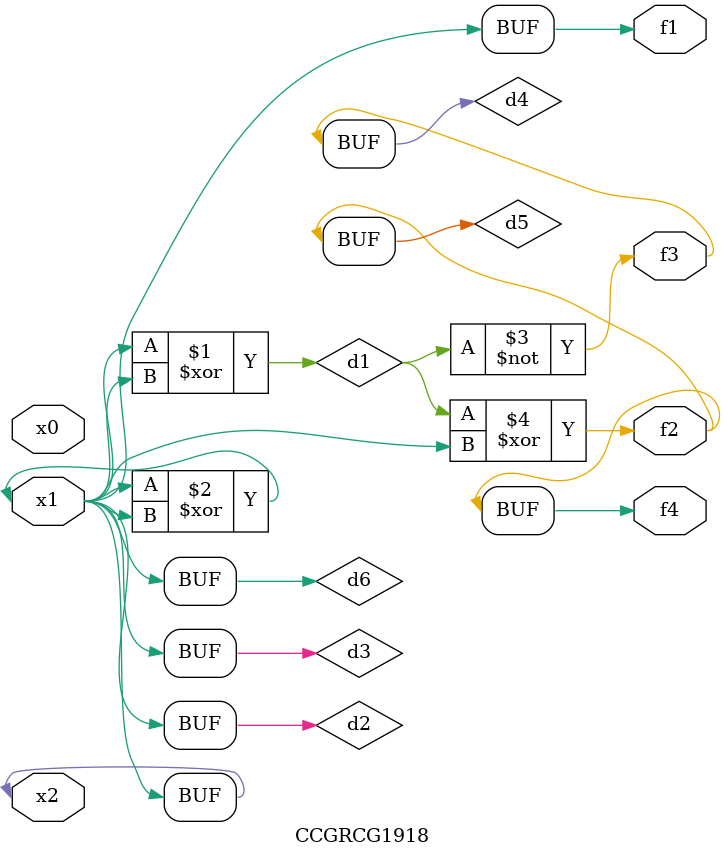
<source format=v>
module CCGRCG1918(
	input x0, x1, x2,
	output f1, f2, f3, f4
);

	wire d1, d2, d3, d4, d5, d6;

	xor (d1, x1, x2);
	buf (d2, x1, x2);
	xor (d3, x1, x2);
	nor (d4, d1);
	xor (d5, d1, d2);
	buf (d6, d2, d3);
	assign f1 = d6;
	assign f2 = d5;
	assign f3 = d4;
	assign f4 = d5;
endmodule

</source>
